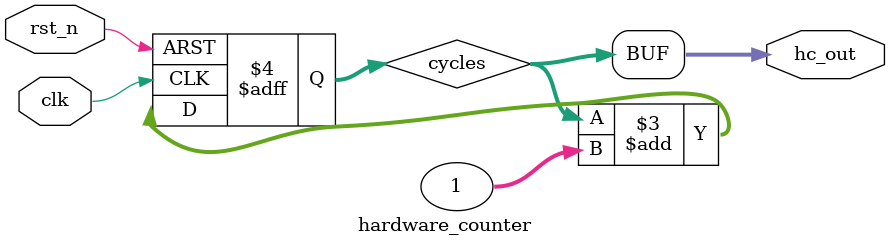
<source format=v>


module hardware_counter (
    input wire clk,
    input wire rst_n,
    output wire [31:0] hc_out
);

    reg [31:0] cycles;

    assign hc_out = cycles;

    always @(posedge clk or negedge rst_n) begin
        if (!rst_n) begin
            cycles <= 32'd0;
        end else begin
            cycles <= cycles + 1;
        end
    end

endmodule

</source>
